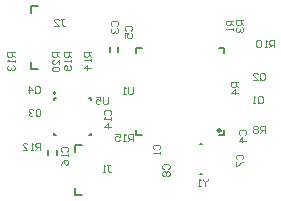
<source format=gbo>
G04 Layer_Color=32896*
%FSLAX44Y44*%
%MOMM*%
G71*
G01*
G75*
%ADD56C,0.2500*%
%ADD57C,0.2000*%
%ADD59C,0.1250*%
D56*
X65250Y-41700D02*
G03*
X65250Y-41700I-1250J0D01*
G01*
D57*
X-74550Y-9700D02*
G03*
X-74550Y-9700I-750J0D01*
G01*
X-95225Y64200D02*
X-89225D01*
X-95225Y58200D02*
Y64200D01*
X-95100Y10075D02*
Y16075D01*
Y10075D02*
X-89100D01*
X47600Y-52600D02*
X49600D01*
X47600Y-78600D02*
X49600D01*
X-75800Y-14200D02*
X-74300D01*
X-75800Y-15700D02*
Y-14200D01*
Y-45200D02*
Y-43700D01*
Y-45200D02*
X-74300D01*
X-46300D02*
X-44800D01*
Y-43700D01*
X-46300Y-14200D02*
X-44800D01*
Y-15700D02*
Y-14200D01*
X63750Y-45700D02*
X68000D01*
Y-41450D01*
Y24050D02*
Y28300D01*
X63750D02*
X68000D01*
X-6000D02*
X-1750D01*
X-6000Y24050D02*
Y28300D01*
Y-45700D02*
X-1750D01*
X-6000D02*
Y-41450D01*
X-58125Y-60200D02*
Y-54200D01*
X-52125D01*
X-58125Y-96200D02*
X-52125D01*
X-58125D02*
Y-90200D01*
X-28400Y24700D02*
Y28700D01*
X-21400Y24700D02*
Y28700D01*
X-80700Y-62500D02*
Y-58500D01*
X-73700Y-62500D02*
Y-58500D01*
D59*
X102750Y-43500D02*
Y-37502D01*
X99751D01*
X98751Y-38502D01*
Y-40501D01*
X99751Y-41501D01*
X102750D01*
X100751D02*
X98751Y-43500D01*
X96752Y-38502D02*
X95752Y-37502D01*
X93753D01*
X92753Y-38502D01*
Y-39501D01*
X93753Y-40501D01*
X92753Y-41501D01*
Y-42500D01*
X93753Y-43500D01*
X95752D01*
X96752Y-42500D01*
Y-41501D01*
X95752Y-40501D01*
X96752Y-39501D01*
Y-38502D01*
X95752Y-40501D02*
X93753D01*
X-71250Y24500D02*
X-77248D01*
Y21501D01*
X-76248Y20501D01*
X-74249D01*
X-73249Y21501D01*
Y24500D01*
Y22501D02*
X-71250Y20501D01*
Y14503D02*
Y18502D01*
X-75249Y14503D01*
X-76248D01*
X-77248Y15503D01*
Y17502D01*
X-76248Y18502D01*
Y12504D02*
X-77248Y11504D01*
Y9505D01*
X-76248Y8505D01*
X-72250D01*
X-71250Y9505D01*
Y11504D01*
X-72250Y12504D01*
X-76248D01*
X-61500Y24500D02*
X-67498D01*
Y21501D01*
X-66498Y20501D01*
X-64499D01*
X-63499Y21501D01*
Y24500D01*
Y22501D02*
X-61500Y20501D01*
Y18502D02*
Y16503D01*
Y17502D01*
X-67498D01*
X-66498Y18502D01*
X-62500Y13504D02*
X-61500Y12504D01*
Y10505D01*
X-62500Y9505D01*
X-66498D01*
X-67498Y10505D01*
Y12504D01*
X-66498Y13504D01*
X-65499D01*
X-64499Y12504D01*
Y9505D01*
X-44500Y25000D02*
X-50498D01*
Y22001D01*
X-49498Y21001D01*
X-47499D01*
X-46499Y22001D01*
Y25000D01*
Y23001D02*
X-44500Y21001D01*
Y19002D02*
Y17003D01*
Y18002D01*
X-50498D01*
X-49498Y19002D01*
X-44500Y11005D02*
X-50498D01*
X-47499Y14004D01*
Y10005D01*
X-69749Y52998D02*
X-67749D01*
X-68749D01*
Y48000D01*
X-67749Y47000D01*
X-66750D01*
X-65750Y48000D01*
X-75747Y47000D02*
X-71748D01*
X-75747Y50999D01*
Y51998D01*
X-74747Y52998D01*
X-72748D01*
X-71748Y51998D01*
X54250Y-82502D02*
Y-83502D01*
X52251Y-85501D01*
X50251Y-83502D01*
Y-82502D01*
X52251Y-85501D02*
Y-88500D01*
X48252D02*
X46253D01*
X47252D01*
Y-82502D01*
X48252Y-83502D01*
X-9250Y-4502D02*
Y-9500D01*
X-10250Y-10500D01*
X-12249D01*
X-13249Y-9500D01*
Y-4502D01*
X-15248Y-10500D02*
X-17247D01*
X-16248D01*
Y-4502D01*
X-15248Y-5502D01*
X-9250Y-50500D02*
Y-44502D01*
X-12249D01*
X-13249Y-45502D01*
Y-47501D01*
X-12249Y-48501D01*
X-9250D01*
X-11249D02*
X-13249Y-50500D01*
X-15248D02*
X-17247D01*
X-16248D01*
Y-44502D01*
X-15248Y-45502D01*
X-24245Y-44502D02*
X-20246D01*
Y-47501D01*
X-22246Y-46501D01*
X-23245D01*
X-24245Y-47501D01*
Y-49500D01*
X-23245Y-50500D01*
X-21246D01*
X-20246Y-49500D01*
X-109250Y24500D02*
X-115248D01*
Y21501D01*
X-114248Y20501D01*
X-112249D01*
X-111249Y21501D01*
Y24500D01*
Y22501D02*
X-109250Y20501D01*
Y18502D02*
Y16503D01*
Y17502D01*
X-115248D01*
X-114248Y18502D01*
Y13504D02*
X-115248Y12504D01*
Y10505D01*
X-114248Y9505D01*
X-113249D01*
X-112249Y10505D01*
Y11504D01*
Y10505D01*
X-111249Y9505D01*
X-110250D01*
X-109250Y10505D01*
Y12504D01*
X-110250Y13504D01*
X-87500Y-57750D02*
Y-51752D01*
X-90499D01*
X-91499Y-52752D01*
Y-54751D01*
X-90499Y-55751D01*
X-87500D01*
X-89499D02*
X-91499Y-57750D01*
X-93498D02*
X-95497D01*
X-94498D01*
Y-51752D01*
X-93498Y-52752D01*
X-102495Y-57750D02*
X-98496D01*
X-102495Y-53751D01*
Y-52752D01*
X-101496Y-51752D01*
X-99496D01*
X-98496Y-52752D01*
X110500Y29000D02*
Y34998D01*
X107501D01*
X106501Y33998D01*
Y31999D01*
X107501Y30999D01*
X110500D01*
X108501D02*
X106501Y29000D01*
X104502D02*
X102503D01*
X103502D01*
Y34998D01*
X104502Y33998D01*
X99504D02*
X98504Y34998D01*
X96505D01*
X95505Y33998D01*
Y30000D01*
X96505Y29000D01*
X98504D01*
X99504Y30000D01*
Y33998D01*
X80250Y-750D02*
X74252D01*
Y-3749D01*
X75252Y-4749D01*
X77251D01*
X78251Y-3749D01*
Y-750D01*
Y-2749D02*
X80250Y-4749D01*
Y-9747D02*
X74252D01*
X77251Y-6748D01*
Y-10747D01*
X84250Y52000D02*
X78252D01*
Y49001D01*
X79252Y48001D01*
X81251D01*
X82251Y49001D01*
Y52000D01*
Y50001D02*
X84250Y48001D01*
X79252Y46002D02*
X78252Y45002D01*
Y43003D01*
X79252Y42003D01*
X80251D01*
X81251Y43003D01*
Y44003D01*
Y43003D01*
X82251Y42003D01*
X83250D01*
X84250Y43003D01*
Y45002D01*
X83250Y46002D01*
X75750Y51500D02*
X69752D01*
Y48501D01*
X70752Y47501D01*
X72751D01*
X73751Y48501D01*
Y51500D01*
Y49501D02*
X75750Y47501D01*
Y45502D02*
Y43503D01*
Y44502D01*
X69752D01*
X70752Y45502D01*
X-30749Y-71002D02*
X-28749D01*
X-29749D01*
Y-76000D01*
X-28749Y-77000D01*
X-27750D01*
X-26750Y-76000D01*
X-32748Y-77000D02*
X-34747D01*
X-33748D01*
Y-71002D01*
X-32748Y-72002D01*
X-68998Y-59499D02*
X-69998Y-58499D01*
Y-56500D01*
X-68998Y-55500D01*
X-65000D01*
X-64000Y-56500D01*
Y-58499D01*
X-65000Y-59499D01*
X-64000Y-61498D02*
Y-63497D01*
Y-62498D01*
X-69998D01*
X-68998Y-61498D01*
X-69998Y-70495D02*
X-68998Y-68496D01*
X-66999Y-66496D01*
X-65000D01*
X-64000Y-67496D01*
Y-69495D01*
X-65000Y-70495D01*
X-65999D01*
X-66999Y-69495D01*
Y-66496D01*
X-32248Y-28499D02*
X-33248Y-27499D01*
Y-25500D01*
X-32248Y-24500D01*
X-28250D01*
X-27250Y-25500D01*
Y-27499D01*
X-28250Y-28499D01*
X-27250Y-30498D02*
Y-32497D01*
Y-31498D01*
X-33248D01*
X-32248Y-30498D01*
X-27250Y-38496D02*
X-33248D01*
X-30249Y-35496D01*
Y-39495D01*
X20998Y-74249D02*
X21998Y-73249D01*
Y-71250D01*
X20998Y-70250D01*
X17000D01*
X16000Y-71250D01*
Y-73249D01*
X17000Y-74249D01*
X20998Y-76248D02*
X21998Y-77248D01*
Y-79247D01*
X20998Y-80247D01*
X19999D01*
X18999Y-79247D01*
X17999Y-80247D01*
X17000D01*
X16000Y-79247D01*
Y-77248D01*
X17000Y-76248D01*
X17999D01*
X18999Y-77248D01*
X19999Y-76248D01*
X20998D01*
X18999Y-77248D02*
Y-79247D01*
X79002Y-65999D02*
X78002Y-64999D01*
Y-63000D01*
X79002Y-62000D01*
X83000D01*
X84000Y-63000D01*
Y-64999D01*
X83000Y-65999D01*
X78002Y-67998D02*
Y-71997D01*
X79002D01*
X83000Y-67998D01*
X84000D01*
X-14998Y43001D02*
X-15998Y44001D01*
Y46000D01*
X-14998Y47000D01*
X-11000D01*
X-10000Y46000D01*
Y44001D01*
X-11000Y43001D01*
X-15998Y37003D02*
Y41002D01*
X-12999D01*
X-13999Y39003D01*
Y38003D01*
X-12999Y37003D01*
X-11000D01*
X-10000Y38003D01*
Y40002D01*
X-11000Y41002D01*
X81502Y-45249D02*
X80502Y-44249D01*
Y-42250D01*
X81502Y-41250D01*
X85500D01*
X86500Y-42250D01*
Y-44249D01*
X85500Y-45249D01*
X86500Y-50247D02*
X80502D01*
X83501Y-47248D01*
Y-51247D01*
X-26498Y47001D02*
X-27498Y48001D01*
Y50000D01*
X-26498Y51000D01*
X-22500D01*
X-21500Y50000D01*
Y48001D01*
X-22500Y47001D01*
X-26498Y45002D02*
X-27498Y44002D01*
Y42003D01*
X-26498Y41003D01*
X-25499D01*
X-24499Y42003D01*
Y43003D01*
Y42003D01*
X-23499Y41003D01*
X-22500D01*
X-21500Y42003D01*
Y44002D01*
X-22500Y45002D01*
X9002Y-57499D02*
X8002Y-56499D01*
Y-54500D01*
X9002Y-53500D01*
X13000D01*
X14000Y-54500D01*
Y-56499D01*
X13000Y-57499D01*
X14000Y-59498D02*
Y-61497D01*
Y-60498D01*
X8002D01*
X9002Y-59498D01*
X-30500Y-13252D02*
Y-18250D01*
X-31500Y-19250D01*
X-33499D01*
X-34499Y-18250D01*
Y-13252D01*
X-40497D02*
X-36498D01*
Y-16251D01*
X-38497Y-15251D01*
X-39497D01*
X-40497Y-16251D01*
Y-18250D01*
X-39497Y-19250D01*
X-37498D01*
X-36498Y-18250D01*
X96751Y-17200D02*
Y-13202D01*
X97751Y-12202D01*
X99750D01*
X100750Y-13202D01*
Y-17200D01*
X99750Y-18200D01*
X97751D01*
X98751Y-16201D02*
X96751Y-18200D01*
X97751D02*
X96751Y-17200D01*
X94752Y-18200D02*
X92753D01*
X93752D01*
Y-12202D01*
X94752Y-13202D01*
X98501Y2050D02*
Y6048D01*
X99501Y7048D01*
X101500D01*
X102500Y6048D01*
Y2050D01*
X101500Y1050D01*
X99501D01*
X100501Y3049D02*
X98501Y1050D01*
X99501D02*
X98501Y2050D01*
X92503Y1050D02*
X96502D01*
X92503Y5049D01*
Y6048D01*
X93503Y7048D01*
X95502D01*
X96502Y6048D01*
X-91399Y-28400D02*
Y-24402D01*
X-90399Y-23402D01*
X-88400D01*
X-87400Y-24402D01*
Y-28400D01*
X-88400Y-29400D01*
X-90399D01*
X-89399Y-27401D02*
X-91399Y-29400D01*
X-90399D02*
X-91399Y-28400D01*
X-93398Y-24402D02*
X-94398Y-23402D01*
X-96397D01*
X-97397Y-24402D01*
Y-25401D01*
X-96397Y-26401D01*
X-95397D01*
X-96397D01*
X-97397Y-27401D01*
Y-28400D01*
X-96397Y-29400D01*
X-94398D01*
X-93398Y-28400D01*
X-91999Y-9000D02*
Y-5002D01*
X-90999Y-4002D01*
X-89000D01*
X-88000Y-5002D01*
Y-9000D01*
X-89000Y-10000D01*
X-90999D01*
X-89999Y-8001D02*
X-91999Y-10000D01*
X-90999D02*
X-91999Y-9000D01*
X-96997Y-10000D02*
Y-4002D01*
X-93998Y-7001D01*
X-97997D01*
M02*

</source>
